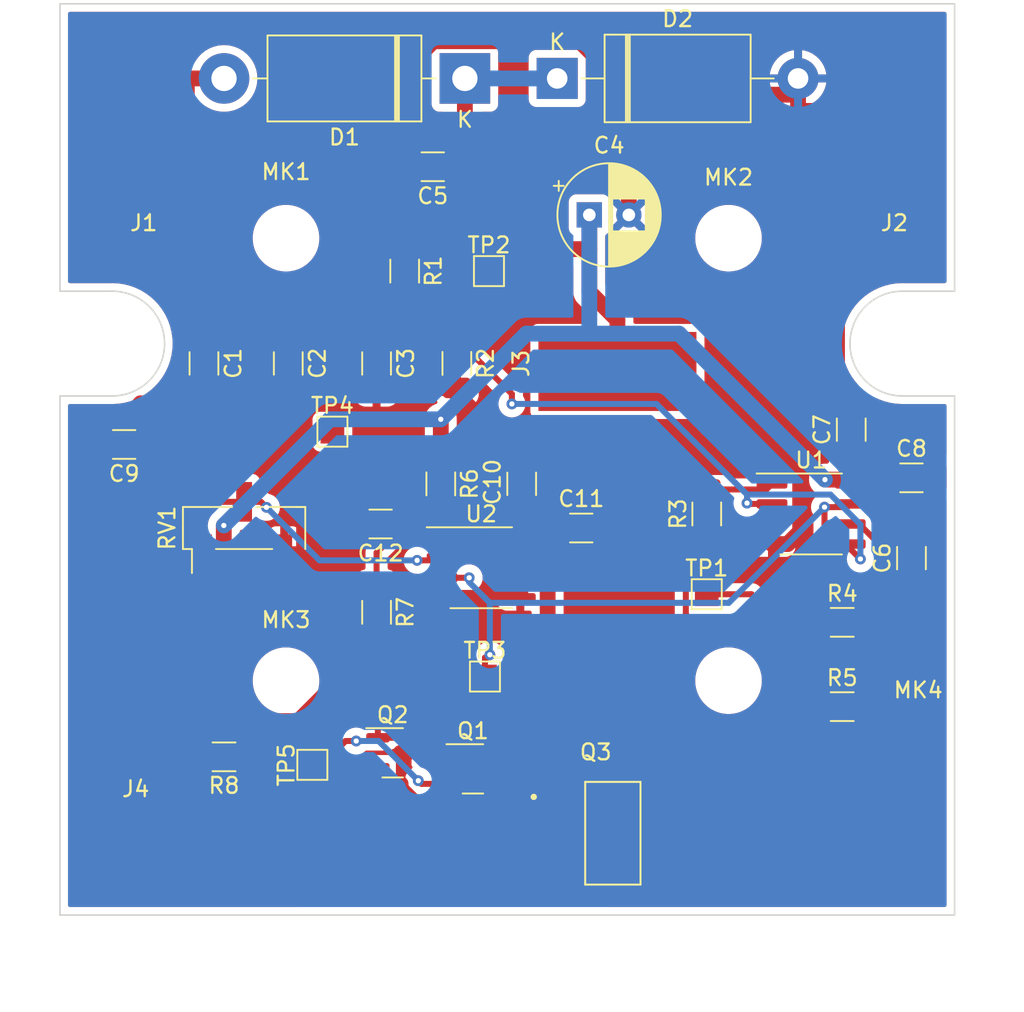
<source format=kicad_pcb>
(kicad_pcb (version 20211014) (generator pcbnew)
  (title_block (title "PWM power output generator") (date "2022-01-17") (rev "1") (company "Ashton Johnson") (comment 4 "AISLER Project ID: XHBIYVLB"))
  (layers (0 "F.Cu" signal) (31 "B.Cu" signal) (35 "F.Paste" user) (37 "F.SilkS" user "F.Silkscreen") (39 "F.Mask" user) (44 "Edge.Cuts" user))
  (net 0 "")
  (net 1 "/U_{FET_driver}")
  (net 2 "/U_{PWM}")
  (net 3 "/U_{Triangle}")
  (net 4 "VCC")
  (net 5 "Net-(R3-Pad1)")
  (net 6 "GND")
  (net 7 "Net-(Q1-Pad1)")
  (net 8 "/U_{ST}")
  (net 9 "Net-(C6-Pad1)")
  (net 10 "/U_{cc}{slash}2")
  (net 11 "/FET_Drain")
  (net 12 "/U_{Pot}")
  (net 13 "/U_{In}")
  (footprint "MountingHole:MountingHole_3.2mm_M3" (layer "F.Cu") (at 87.695 96.647)
    (fp_text reference "MK1" (at 0 -4.2) (layer "F.SilkS"))
    (fp_text value "Mounting_Hole")
    (pad "" np_thru_hole circle locked (at 0 0) (size 3.2 3.2) (drill 3.2) (layers *.Cu *.Mask))
  )
  (footprint "MountingHole:MountingHole_3.2mm_M3_ISO7380" (layer "F.Cu") (at 115.695 96.647)
    (fp_text reference "MK2" (at 0 -3.85) (layer "F.SilkS"))
    (fp_text value "Mounting_Hole")
    (pad "" np_thru_hole circle locked (at 0 0) (size 3.2 3.2) (drill 3.2) (layers *.Cu *.Mask))
  )
  (footprint "MountingHole:MountingHole_3.2mm_M3_ISO7380" (layer "F.Cu") (at 87.695 124.647)
    (fp_text reference "MK3" (at 0 -3.85) (layer "F.SilkS"))
    (fp_text value "Mounting_Hole")
    (pad "" np_thru_hole circle locked (at 0 0) (size 3.2 3.2) (drill 3.2) (layers *.Cu *.Mask))
  )
  (footprint "MountingHole:MountingHole_3.2mm_M3_ISO7380" (layer "F.Cu") (at 115.695 124.647)
    (fp_text reference "MK4" (at 12.003 0.595) (layer "F.SilkS"))
    (fp_text value "Mounting_Hole")
    (pad "" np_thru_hole circle locked (at 0 0) (size 3.2 3.2) (drill 3.2) (layers *.Cu *.Mask))
  )
  (footprint "Resistor_SMD:R_1206_3216Metric_Pad1.30x1.75mm_HandSolder" (layer "F.Cu") (at 97.488 112.192 -90)
    (fp_text reference "R6" (at 0 -1.82 90) (layer "F.SilkS"))
    (fp_text value "10k")
    (pad "1" smd roundrect (at -1.55 0 270) (size 1.3 1.75) (layers "F.Cu" "F.Paste" "F.Mask") (roundrect_rratio 0.1923076923) (net 4 "VCC"))
    (pad "2" smd roundrect (at 1.55 0 270) (size 1.3 1.75) (layers "F.Cu" "F.Paste" "F.Mask") (roundrect_rratio 0.1923076923) (net 2 "/U_{PWM}"))
  )
  (footprint "Capacitor_SMD:C_1206_3216Metric_Pad1.33x1.80mm_HandSolder" (layer "F.Cu") (at 127.271 116.891 90)
    (fp_text reference "C6" (at 0 -1.85 90) (layer "F.SilkS"))
    (fp_text value "1n")
    (pad "1" smd roundrect (at -1.5625 0 90) (size 1.325 1.8) (layers "F.Cu" "F.Paste" "F.Mask") (roundrect_rratio 0.1886792453) (net 9 "Net-(C6-Pad1)"))
    (pad "2" smd roundrect (at 1.5625 0 90) (size 1.325 1.8) (layers "F.Cu" "F.Paste" "F.Mask") (roundrect_rratio 0.1886792453) (net 3 "/U_{Triangle}"))
  )
  (footprint "Resistor_SMD:R_1206_3216Metric_Pad1.30x1.75mm_HandSolder" (layer "F.Cu") (at 98.504 104.572 -90)
    (fp_text reference "R2" (at 0 -1.82 90) (layer "F.SilkS"))
    (fp_text value "51k")
    (pad "1" smd roundrect (at -1.55 0 270) (size 1.3 1.75) (layers "F.Cu" "F.Paste" "F.Mask") (roundrect_rratio 0.1923076923) (net 10 "/U_{cc}{slash}2"))
    (pad "2" smd roundrect (at 1.55 0 270) (size 1.3 1.75) (layers "F.Cu" "F.Paste" "F.Mask") (roundrect_rratio 0.1923076923) (net 6 "GND"))
  )
  (footprint "Capacitor_SMD:C_1206_3216Metric_Pad1.33x1.80mm_HandSolder" (layer "F.Cu") (at 123.461 108.763 90)
    (fp_text reference "C7" (at 0 -1.85 90) (layer "F.SilkS"))
    (fp_text value "1u")
    (pad "1" smd roundrect (at -1.5625 0 90) (size 1.325 1.8) (layers "F.Cu" "F.Paste" "F.Mask") (roundrect_rratio 0.1886792453) (net 4 "VCC"))
    (pad "2" smd roundrect (at 1.5625 0 90) (size 1.325 1.8) (layers "F.Cu" "F.Paste" "F.Mask") (roundrect_rratio 0.1886792453) (net 6 "GND"))
  )
  (footprint "TestPoint:TestPoint_Pad_1.5x1.5mm" (layer "F.Cu") (at 100.536 98.73)
    (fp_text reference "TP2" (at 0 -1.648) (layer "F.SilkS"))
    (fp_text value "TestPoint")
    (pad "1" smd rect (at 0 0) (size 1.5 1.5) (layers "F.Cu" "F.Mask") (net 4 "VCC"))
  )
  (footprint "Package_TO_SOT_SMD:SOT-23" (layer "F.Cu") (at 94.444 129.21)
    (fp_text reference "Q2" (at 0 -2.4) (layer "F.SilkS"))
    (fp_text value "BC807")
    (pad "1" smd roundrect (at -0.9375 -0.95) (size 1.475 0.6) (layers "F.Cu" "F.Paste" "F.Mask") (net 7 "Net-(Q1-Pad1)"))
    (pad "2" smd roundrect (at -0.9375 0.95) (size 1.475 0.6) (layers "F.Cu" "F.Paste" "F.Mask") (net 1 "/U_{FET_driver}"))
    (pad "3" smd roundrect (at 0.9375 0) (size 1.475 0.6) (layers "F.Cu" "F.Paste" "F.Mask") (net 6 "GND"))
  )
  (footprint "Capacitor_SMD:C_1206_3216Metric_Pad1.33x1.80mm_HandSolder" (layer "F.Cu") (at 82.502 104.572 -90)
    (fp_text reference "C1" (at 0 -1.85 90) (layer "F.SilkS"))
    (fp_text value "33u")
    (pad "1" smd roundrect (at -1.5625 0 270) (size 1.325 1.8) (layers "F.Cu" "F.Paste" "F.Mask") (roundrect_rratio 0.1886792453) (net 10 "/U_{cc}{slash}2"))
    (pad "2" smd roundrect (at 1.5625 0 270) (size 1.325 1.8) (layers "F.Cu" "F.Paste" "F.Mask") (roundrect_rratio 0.1886792453) (net 6 "GND"))
  )
  (footprint "TestPoint:TestPoint_Pad_1.5x1.5mm" (layer "F.Cu") (at 100.282 124.384)
    (fp_text reference "TP3" (at 0 -1.648) (layer "F.SilkS"))
    (fp_text value "TestPoint")
    (pad "1" smd rect (at 0 0) (size 1.5 1.5) (layers "F.Cu" "F.Mask") (net 3 "/U_{Triangle}"))
  )
  (footprint "Capacitor_THT:CP_Radial_D6.3mm_P2.50mm" (layer "F.Cu") (at 106.886 95.174)
    (fp_text reference "C4" (at 1.25 -4.4) (layer "F.SilkS"))
    (fp_text value "150u")
    (pad "1" thru_hole rect (at 0 0) (size 1.6 1.6) (drill 0.8) (layers *.Cu *.Mask) (net 4 "VCC"))
    (pad "2" thru_hole circle (at 2.5 0) (size 1.6 1.6) (drill 0.8) (layers *.Cu *.Mask) (net 6 "GND"))
  )
  (footprint "Resistor_SMD:R_1206_3216Metric_Pad1.30x1.75mm_HandSolder" (layer "F.Cu") (at 83.772 129.464 180)
    (fp_text reference "R8" (at 0 -1.82) (layer "F.SilkS"))
    (fp_text value "47k")
    (pad "1" smd roundrect (at -1.55 0 180) (size 1.3 1.75) (layers "F.Cu" "F.Paste" "F.Mask") (roundrect_rratio 0.1923076923) (net 1 "/U_{FET_driver}"))
    (pad "2" smd roundrect (at 1.55 0 180) (size 1.3 1.75) (layers "F.Cu" "F.Paste" "F.Mask") (roundrect_rratio 0.1923076923) (net 6 "GND"))
  )
  (footprint "Capacitor_SMD:C_1206_3216Metric_Pad1.33x1.80mm_HandSolder" (layer "F.Cu") (at 127.271 111.811)
    (fp_text reference "C8" (at 0 -1.85) (layer "F.SilkS"))
    (fp_text value "10n")
    (pad "1" smd roundrect (at -1.5625 0) (size 1.325 1.8) (layers "F.Cu" "F.Paste" "F.Mask") (roundrect_rratio 0.1886792453) (net 4 "VCC"))
    (pad "2" smd roundrect (at 1.5625 0) (size 1.325 1.8) (layers "F.Cu" "F.Paste" "F.Mask") (roundrect_rratio 0.1886792453) (net 6 "GND"))
  )
  (footprint "Resistor_SMD:R_1206_3216Metric_Pad1.30x1.75mm_HandSolder" (layer "F.Cu") (at 122.888 120.955)
    (fp_text reference "R4" (at 0 -1.82) (layer "F.SilkS"))
    (fp_text value "4k7")
    (pad "1" smd roundrect (at -1.55 0) (size 1.3 1.75) (layers "F.Cu" "F.Paste" "F.Mask") (roundrect_rratio 0.1923076923) (net 8 "/U_{ST}"))
    (pad "2" smd roundrect (at 1.55 0) (size 1.3 1.75) (layers "F.Cu" "F.Paste" "F.Mask") (roundrect_rratio 0.1923076923) (net 9 "Net-(C6-Pad1)"))
  )
  (footprint "Package_TO_SOT_SMD:SOT-23" (layer "F.Cu") (at 99.52 130.226)
    (fp_text reference "Q1" (at 0 -2.4) (layer "F.SilkS"))
    (fp_text value "BC817")
    (pad "1" smd roundrect (at -0.9375 -0.95) (size 1.475 0.6) (layers "F.Cu" "F.Paste" "F.Mask") (net 7 "Net-(Q1-Pad1)"))
    (pad "2" smd roundrect (at -0.9375 0.95) (size 1.475 0.6) (layers "F.Cu" "F.Paste" "F.Mask") (net 1 "/U_{FET_driver}"))
    (pad "3" smd roundrect (at 0.9375 0) (size 1.475 0.6) (layers "F.Cu" "F.Paste" "F.Mask") (net 4 "VCC"))
  )
  (footprint "Connector_Wire:SolderWirePad_1x01_SMD_5x10mm" (layer "F.Cu") (at 108.664 105.08 90)
    (fp_text reference "J3" (at 0.508 -6.096 90) (layer "F.SilkS"))
    (fp_text value "SolderPad")
    (pad "1" smd rect (at 0 0 90) (size 5 10) (layers "F.Cu" "F.Paste" "F.Mask") (net 4 "VCC"))
  )
  (footprint "Resistor_SMD:R_1206_3216Metric_Pad1.30x1.75mm_HandSolder" (layer "F.Cu") (at 93.424 120.32 -90)
    (fp_text reference "R7" (at 0 -1.82 90) (layer "F.SilkS"))
    (fp_text value "2k2")
    (pad "1" smd roundrect (at -1.55 0 270) (size 1.3 1.75) (layers "F.Cu" "F.Paste" "F.Mask") (roundrect_rratio 0.1923076923) (net 2 "/U_{PWM}"))
    (pad "2" smd roundrect (at 1.55 0 270) (size 1.3 1.75) (layers "F.Cu" "F.Paste" "F.Mask") (roundrect_rratio 0.1923076923) (net 7 "Net-(Q1-Pad1)"))
  )
  (footprint "Capacitor_SMD:C_1206_3216Metric_Pad1.33x1.80mm_HandSolder" (layer "F.Cu") (at 106.378 114.986)
    (fp_text reference "C11" (at 0 -1.85) (layer "F.SilkS"))
    (fp_text value "10n")
    (pad "1" smd roundrect (at -1.5625 0) (size 1.325 1.8) (layers "F.Cu" "F.Paste" "F.Mask") (roundrect_rratio 0.1886792453) (net 4 "VCC"))
    (pad "2" smd roundrect (at 1.5625 0) (size 1.325 1.8) (layers "F.Cu" "F.Paste" "F.Mask") (roundrect_rratio 0.1886792453) (net 6 "GND"))
  )
  (footprint "Capacitor_SMD:C_1206_3216Metric_Pad1.33x1.80mm_HandSolder" (layer "F.Cu") (at 93.424 104.572 -90)
    (fp_text reference "C3" (at 0 -1.85 90) (layer "F.SilkS"))
    (fp_text value "10n")
    (pad "1" smd roundrect (at -1.5625 0 270) (size 1.325 1.8) (layers "F.Cu" "F.Paste" "F.Mask") (roundrect_rratio 0.1886792453) (net 10 "/U_{cc}{slash}2"))
    (pad "2" smd roundrect (at 1.5625 0 270) (size 1.325 1.8) (layers "F.Cu" "F.Paste" "F.Mask") (roundrect_rratio 0.1886792453) (net 6 "GND"))
  )
  (footprint "Connector_Wire:SolderWirePad_1x01_SMD_5x10mm" (layer "F.Cu") (at 125.936 89.586 180)
    (fp_text reference "J2" (at -0.254 -6.096) (layer "F.SilkS"))
    (fp_text value "GND_{In}")
    (pad "1" smd rect (at 0 0 180) (size 5 10) (layers "F.Cu" "F.Paste" "F.Mask") (net 6 "GND"))
  )
  (footprint "Diode_THT:D_DO-201AE_P15.24mm_Horizontal" (layer "F.Cu") (at 104.854 86.538)
    (fp_text reference "D2" (at 7.62 -3.77) (layer "F.SilkS"))
    (fp_text value "1N62xxA")
    (fp_text user "K" (at 0 -2.3) (layer "F.SilkS"))
    (pad "1" thru_hole rect (at 0 0) (size 2.6 2.6) (drill 1.3) (layers *.Cu *.Mask) (net 4 "VCC"))
    (pad "2" thru_hole oval (at 15.24 0) (size 2.6 2.6) (drill 1.3) (layers *.Cu *.Mask) (net 6 "GND"))
  )
  (footprint "Connector_Wire:SolderWirePad_1x01_SMD_5x10mm" (layer "F.Cu") (at 77.676 89.332 180)
    (fp_text reference "J1" (at -1.016 -6.35) (layer "F.SilkS"))
    (fp_text value "V_{In}")
    (pad "1" smd rect (at 0 0 180) (size 5 10) (layers "F.Cu" "F.Paste" "F.Mask") (net 13 "/U_{In}"))
  )
  (footprint "Capacitor_SMD:C_1206_3216Metric_Pad1.33x1.80mm_HandSolder" (layer "F.Cu") (at 77.45 109.7 180)
    (fp_text reference "C9" (at 0 -1.85) (layer "F.SilkS"))
    (fp_text value "1n")
    (pad "1" smd roundrect (at -1.5625 0 180) (size 1.325 1.8) (layers "F.Cu" "F.Paste" "F.Mask") (roundrect_rratio 0.188679) (net 12 "/U_{Pot}"))
    (pad "2" smd roundrect (at 1.5625 0 180) (size 1.325 1.8) (layers "F.Cu" "F.Paste" "F.Mask") (roundrect_rratio 0.188679) (net 6 "GND"))
  )
  (footprint "Connector_Wire:SolderWirePad_1x01_SMD_5x10mm" (layer "F.Cu") (at 80.724 135.306 -90)
    (fp_text reference "J4" (at -3.81 2.54 180) (layer "F.SilkS"))
    (fp_text value "SolderPad")
    (pad "1" smd rect (at 0 0 270) (size 5 10) (layers "F.Cu" "F.Paste" "F.Mask") (net 11 "/FET_Drain"))
  )
  (footprint "Resistor_SMD:R_1206_3216Metric_Pad1.30x1.75mm_HandSolder" (layer "F.Cu") (at 95.202 98.73 -90)
    (fp_text reference "R1" (at 0 -1.82 90) (layer "F.SilkS"))
    (fp_text value "51k")
    (pad "1" smd roundrect (at -1.55 0 270) (size 1.3 1.75) (layers "F.Cu" "F.Paste" "F.Mask") (roundrect_rratio 0.1923076923) (net 4 "VCC"))
    (pad "2" smd roundrect (at 1.55 0 270) (size 1.3 1.75) (layers "F.Cu" "F.Paste" "F.Mask") (roundrect_rratio 0.1923076923) (net 10 "/U_{cc}{slash}2"))
  )
  (footprint "Connector_PinHeader_2.54mm:PinHeader_1x03_P2.54mm_Vertical_SMD_Pin1Left" (layer "F.Cu") (at 85.042 114.986 90)
    (fp_text reference "RV1" (at 0 -4.87 90) (layer "F.SilkS"))
    (fp_text value "100k")
    (pad "1" smd rect (at -1.655 -2.54 90) (size 2.51 1) (layers "F.Cu" "F.Paste" "F.Mask") (net 4 "VCC"))
    (pad "2" smd rect (at 1.655 0 90) (size 2.51 1) (layers "F.Cu" "F.Paste" "F.Mask") (net 12 "/U_{Pot}"))
    (pad "3" smd rect (at -1.655 2.54 90) (size 2.51 1) (layers "F.Cu" "F.Paste" "F.Mask") (net 6 "GND"))
  )
  (footprint "Package_SO:SOIC-8_3.9x4.9mm_P1.27mm" (layer "F.Cu") (at 120.921 114.097)
    (fp_text reference "U1" (at 0 -3.4) (layer "F.SilkS"))
    (fp_text value "TLV2372")
    (pad "1" smd roundrect (at -2.475 -1.905) (size 1.95 0.6) (layers "F.Cu" "F.Paste" "F.Mask") (net 8 "/U_{ST}"))
    (pad "2" smd roundrect (at -2.475 -0.635) (size 1.95 0.6) (layers "F.Cu" "F.Paste" "F.Mask") (net 10 "/U_{cc}{slash}2"))
    (pad "3" smd roundrect (at -2.475 0.635) (size 1.95 0.6) (layers "F.Cu" "F.Paste" "F.Mask") (net 5 "Net-(R3-Pad1)"))
    (pad "4" smd roundrect (at -2.475 1.905) (size 1.95 0.6) (layers "F.Cu" "F.Paste" "F.Mask") (net 6 "GND"))
    (pad "5" smd roundrect (at 2.475 1.905) (size 1.95 0.6) (layers "F.Cu" "F.Paste" "F.Mask") (net 10 "/U_{cc}{slash}2"))
    (pad "6" smd roundrect (at 2.475 0.635) (size 1.95 0.6) (layers "F.Cu" "F.Paste" "F.Mask") (net 9 "Net-(C6-Pad1)"))
    (pad "7" smd roundrect (at 2.475 -0.635) (size 1.95 0.6) (layers "F.Cu" "F.Paste" "F.Mask") (net 3 "/U_{Triangle}"))
    (pad "8" smd roundrect (at 2.475 -1.905) (size 1.95 0.6) (layers "F.Cu" "F.Paste" "F.Mask") (net 4 "VCC"))
  )
  (footprint "Capacitor_SMD:C_1206_3216Metric_Pad1.33x1.80mm_HandSolder" (layer "F.Cu") (at 87.836 104.572 -90)
    (fp_text reference "C2" (at 0 -1.85 90) (layer "F.SilkS"))
    (fp_text value "1u")
    (pad "1" smd roundrect (at -1.5625 0 270) (size 1.325 1.8) (layers "F.Cu" "F.Paste" "F.Mask") (roundrect_rratio 0.1886792453) (net 10 "/U_{cc}{slash}2"))
    (pad "2" smd roundrect (at 1.5625 0 270) (size 1.325 1.8) (layers "F.Cu" "F.Paste" "F.Mask") (roundrect_rratio 0.1886792453) (net 6 "GND"))
  )
  (footprint "Capacitor_SMD:C_1206_3216Metric_Pad1.33x1.80mm_HandSolder" (layer "F.Cu") (at 93.678 114.732 180)
    (fp_text reference "C12" (at 0 -1.85) (layer "F.SilkS"))
    (fp_text value "15p")
    (pad "1" smd roundrect (at -1.5625 0 180) (size 1.325 1.8) (layers "F.Cu" "F.Paste" "F.Mask") (roundrect_rratio 0.1886792453) (net 2 "/U_{PWM}"))
    (pad "2" smd roundrect (at 1.5625 0 180) (size 1.325 1.8) (layers "F.Cu" "F.Paste" "F.Mask") (roundrect_rratio 0.1886792453) (net 6 "GND"))
  )
  (footprint "Capacitor_SMD:C_1206_3216Metric_Pad1.33x1.80mm_HandSolder" (layer "F.Cu") (at 96.98 92.126 180)
    (fp_text reference "C5" (at 0 -1.85) (layer "F.SilkS"))
    (fp_text value "1u")
    (pad "1" smd roundrect (at -1.5625 0 180) (size 1.325 1.8) (layers "F.Cu" "F.Paste" "F.Mask") (roundrect_rratio 0.1886792453) (net 4 "VCC"))
    (pad "2" smd roundrect (at 1.5625 0 180) (size 1.325 1.8) (layers "F.Cu" "F.Paste" "F.Mask") (roundrect_rratio 0.1886792453) (net 6 "GND"))
  )
  (footprint "TestPoint:TestPoint_Pad_1.5x1.5mm" (layer "F.Cu") (at 114.317 119.177)
    (fp_text reference "TP1" (at 0 -1.648) (layer "F.SilkS"))
    (fp_text value "TestPoint")
    (pad "1" smd rect (at 0 0) (size 1.5 1.5) (layers "F.Cu" "F.Mask") (net 5 "Net-(R3-Pad1)"))
  )
  (footprint "TestPoint:TestPoint_Pad_1.5x1.5mm" (layer "F.Cu") (at 90.63 108.89)
    (fp_text reference "TP4" (at 0 -1.648) (layer "F.SilkS"))
    (fp_text value "TestPoint")
    (pad "1" smd rect (at 0 0) (size 1.5 1.5) (layers "F.Cu" "F.Mask") (net 2 "/U_{PWM}"))
  )
  (footprint "TRANS_TSM900N06CW_RPG:TRANS_TSM900N06CW_RPG" (layer "F.Cu") (at 108.375 134.3)
    (fp_text reference "Q3" (at -1.08 -5.135) (layer "F.SilkS"))
    (fp_text value "TSM900N06CW_RPG")
    (pad "1" smd rect locked (at -3.2 -2.3) (size 1.6 1.2) (layers "F.Cu" "F.Paste" "F.Mask") (net 1 "/U_{FET_driver}"))
    (pad "2" smd rect locked (at -3.2 0) (size 1.6 1.2) (layers "F.Cu" "F.Paste" "F.Mask") (net 11 "/FET_Drain"))
    (pad "3" smd rect locked (at -3.2 2.3) (size 1.6 1.2) (layers "F.Cu" "F.Paste" "F.Mask") (net 6 "GND"))
    (pad "4" smd rect locked (at 3.2 0) (size 1.6 3.3) (layers "F.Cu" "F.Paste" "F.Mask") (net 11 "/FET_Drain"))
  )
  (footprint "Resistor_SMD:R_1206_3216Metric_Pad1.30x1.75mm_HandSolder" (layer "F.Cu") (at 122.888 126.289)
    (fp_text reference "R5" (at 0 -1.82) (layer "F.SilkS"))
    (fp_text value "68k")
    (pad "1" smd roundrect (at -1.55 0) (size 1.3 1.75) (layers "F.Cu" "F.Paste" "F.Mask") (roundrect_rratio 0.1923076923) (net 5 "Net-(R3-Pad1)"))
    (pad "2" smd roundrect (at 1.55 0) (size 1.3 1.75) (layers "F.Cu" "F.Paste" "F.Mask") (roundrect_rratio 0.1923076923) (net 3 "/U_{Triangle}"))
  )
  (footprint "Resistor_SMD:R_1206_3216Metric_Pad1.30x1.75mm_HandSolder" (layer "F.Cu") (at 114.317 114.097 90)
    (fp_text reference "R3" (at 0 -1.82 90) (layer "F.SilkS"))
    (fp_text value "100k")
    (pad "1" smd roundrect (at -1.55 0 90) (size 1.3 1.75) (layers "F.Cu" "F.Paste" "F.Mask") (roundrect_rratio 0.1923076923) (net 5 "Net-(R3-Pad1)"))
    (pad "2" smd roundrect (at 1.55 0 90) (size 1.3 1.75) (layers "F.Cu" "F.Paste" "F.Mask") (roundrect_rratio 0.1923076923) (net 8 "/U_{ST}"))
  )
  (footprint "Diode_THT:D_DO-201AD_P15.24mm_Horizontal" (layer "F.Cu") (at 99.012 86.538 180)
    (fp_text reference "D1" (at 7.62 -3.72) (layer "F.SilkS"))
    (fp_text value "1N5820")
    (fp_text user "K" (at 0 -2.6) (layer "F.SilkS"))
    (pad "1" thru_hole rect (at 0 0 180) (size 3.2 3.2) (drill 1.6) (layers *.Cu *.Mask) (net 4 "VCC"))
    (pad "2" thru_hole oval (at 15.24 0 180) (size 3.2 3.2) (drill 1.6) (layers *.Cu *.Mask) (net 13 "/U_{In}"))
  )
  (footprint "Capacitor_SMD:C_1206_3216Metric_Pad1.33x1.80mm_HandSolder" (layer "F.Cu") (at 102.6065 112.192 90)
    (fp_text reference "C10" (at 0.117 -1.85 90) (layer "F.SilkS"))
    (fp_text value "1u")
    (pad "1" smd roundrect (at -1.5625 0 90) (size 1.325 1.8) (layers "F.Cu" "F.Paste" "F.Mask") (roundrect_rratio 0.1886792453) (net 4 "VCC"))
    (pad "2" smd roundrect (at 1.5625 0 90) (size 1.325 1.8) (layers "F.Cu" "F.Paste" "F.Mask") (roundrect_rratio 0.1886792453) (net 6 "GND"))
  )
  (footprint "Package_SO:SOIC-8_3.9x4.9mm_P1.27mm" (layer "F.Cu") (at 100.045 117.5)
    (fp_text reference "U2" (at 0 -3.4) (layer "F.SilkS"))
    (fp_text value "LM393")
    (pad "1" smd roundrect (at -2.475 -1.905) (size 1.95 0.6) (layers "F.Cu" "F.Paste" "F.Mask") (net 2 "/U_{PWM}"))
    (pad "2" smd roundrect (at -2.475 -0.635) (size 1.95 0.6) (layers "F.Cu" "F.Paste" "F.Mask") (net 12 "/U_{Pot}"))
    (pad "3" smd roundrect (at -2.475 0.635) (size 1.95 0.6) (layers "F.Cu" "F.Paste" "F.Mask") (net 3 "/U_{Triangle}"))
    (pad "4" smd roundrect (at -2.475 1.905) (size 1.95 0.6) (layers "F.Cu" "F.Paste" "F.Mask") (net 6 "GND"))
    (pad "5" smd roundrect (at 2.475 1.905) (size 1.95 0.6) (layers "F.Cu" "F.Paste" "F.Mask") (net 6 "GND"))
    (pad "6" smd roundrect (at 2.475 0.635) (size 1.95 0.6) (layers "F.Cu" "F.Paste" "F.Mask") (net 6 "GND"))
    (pad "7" smd roundrect (at 2.475 -0.635) (size 1.95 0.6) (layers "F.Cu" "F.Paste" "F.Mask"))
    (pad "8" smd roundrect (at 2.475 -1.905) (size 1.95 0.6) (layers "F.Cu" "F.Paste" "F.Mask") (net 4 "VCC"))
  )
  (footprint "TestPoint:TestPoint_Pad_1.5x1.5mm" (layer "F.Cu") (at 89.36 129.972 90)
    (fp_text reference "TP5" (at 0 -1.648 90) (layer "F.SilkS"))
    (fp_text value "TestPoint")
    (pad "1" smd rect (at 0 0 90) (size 1.5 1.5) (layers "F.Cu" "F.Mask") (net 1 "/U_{FET_driver}"))
  )
  (gr_arc (start 126.695 106.63) (mid 123.38 103.315) (end 126.695 100) (layer "Edge.Cuts") (width 0.1))
  (gr_line (start 73.39 81.817) (end 73.39 100) (layer "Edge.Cuts") (width 0.1))
  (gr_line (start 76.695 106.63) (end 73.39 106.63) (layer "Edge.Cuts") (width 0.1))
  (gr_line (start 126.695 100) (end 130 100) (layer "Edge.Cuts") (width 0.1))
  (gr_line (start 73.39 106.63) (end 73.39 139.477) (layer "Edge.Cuts") (width 0.1))
  (gr_arc (start 76.695 100) (mid 80.01 103.315) (end 76.695 106.63) (layer "Edge.Cuts") (width 0.1))
  (gr_line (start 130 81.817) (end 73.39 81.817) (layer "Edge.Cuts") (width 0.1))
  (gr_line (start 130 100) (end 130 81.817) (layer "Edge.Cuts") (width 0.1))
  (gr_line (start 130 139.477) (end 130 106.63) (layer "Edge.Cuts") (width 0.1))
  (gr_line (start 130 106.63) (end 126.695 106.63) (layer "Edge.Cuts") (width 0.1))
  (gr_line (start 73.39 100) (end 76.695 100) (layer "Edge.Cuts") (width 0.1))
  (gr_line (start 73.39 139.477) (end 130 139.477) (layer "Edge.Cuts") (width 0.1))
  (segment (start 88.7626 129.972) (end 85.83 129.972) (width 0.381) (layer "F.Cu") (net 1))
  (segment (start 93.5065 130.16) (end 90.7428 130.16) (width 0.381) (layer "F.Cu") (net 1))
  (segment (start 91.4659 128.4635) (end 92.1349 128.4635) (width 0.381) (layer "F.Cu") (net 1))
  (segment (start 105.26 131.99) (end 99.3965 131.99) (width 0.381) (layer "F.Cu") (net 1))
  (segment (start 96.2662 131.176) (end 98.5825 131.176) (width 0.381) (layer "F.Cu") (net 1))
  (segment (start 89.9574 129.972) (end 91.4659 128.4635) (width 0.381) (layer "F.Cu") (net 1))
  (segment (start 89.36 129.972) (end 88.7626 129.972) (width 0.381) (layer "F.Cu") (net 1))
  (segment (start 99.3965 131.99) (end 98.5825 131.176) (width 0.381) (layer "F.Cu") (net 1))
  (segment (start 85.83 129.972) (end 85.322 129.464) (width 0.381) (layer "F.Cu") (net 1))
  (segment (start 89.36 129.972) (end 89.9574 129.972) (width 0.381) (layer "F.Cu") (net 1))
  (segment (start 96.0645 130.9743) (end 96.2662 131.176) (width 0.381) (layer "F.Cu") (net 1))
  (segment (start 90.7428 130.16) (end 90.5548 129.972) (width 0.381) (layer "F.Cu") (net 1))
  (segment (start 89.9574 129.972) (end 90.5548 129.972) (width 0.381) (layer "F.Cu") (net 1))
  (via (at 92.1349 128.4635) (size 0.6858) (drill 0.3302) (layers "F.Cu" "B.Cu") (net 1))
  (via (at 96.0645 130.9743) (size 0.6858) (drill 0.3302) (layers "F.Cu" "B.Cu") (net 1))
  (segment (start 93.5537 128.4635) (end 96.0645 130.9743) (width 0.381) (layer "B.Cu") (net 1))
  (segment (start 92.1349 128.4635) (end 93.5537 128.4635) (width 0.381) (layer "B.Cu") (net 1))
  (segment (start 97.488 114.732) (end 95.2405 114.732) (width 0.381) (layer "F.Cu") (net 2))
  (segment (start 93.424 118.77) (end 93.424 116.5485) (width 0.381) (layer "F.Cu") (net 2))
  (segment (start 90.63 108.89) (end 90.63 110.0848) (width 0.381) (layer "F.Cu") (net 2))
  (segment (start 90.63 110.0848) (end 95.2405 114.6953) (width 0.381) (layer "F.Cu") (net 2))
  (segment (start 93.424 116.5485) (end 95.2405 114.732) (width 0.381) (layer "F.Cu") (net 2))
  (segment (start 97.488 114.732) (end 97.488 113.742) (width 0.381) (layer "F.Cu") (net 2))
  (segment (start 95.2405 114.6953) (end 95.2405 114.732) (width 0.381) (layer "F.Cu") (net 2))
  (segment (start 97.57 115.595) (end 97.488 115.513) (width 0.381) (layer "F.Cu") (net 2))
  (segment (start 97.488 115.513) (end 97.488 114.732) (width 0.381) (layer "F.Cu") (net 2))
  (segment (start 122.888 124.739) (end 122.888 117.3422) (width 0.381) (layer "F.Cu") (net 3))
  (segment (start 100.4091 123.1892) (end 100.5929 123.0054) (width 0.381) (layer "F.Cu") (net 3))
  (segment (start 122.888 117.3422) (end 121.7679 116.2221) (width 0.381) (layer "F.Cu") (net 3))
  (segment (start 100.282 124.384) (end 100.282 123.1892) (width 0.381) (layer "F.Cu") (net 3))
  (segment (start 121.7679 113.6644) (end 123.1936 113.6644) (width 0.381) (layer "F.Cu") (net 3))
  (segment (start 125.4045 113.462) (end 127.271 115.3285) (width 0.381) (layer "F.Cu") (net 3))
  (segment (start 123.396 113.462) (end 125.4045 113.462) (width 0.381) (layer "F.Cu") (net 3))
  (segment (start 97.57 118.135) (end 99.285 118.135) (width 0.381) (layer "F.Cu") (net 3))
  (segment (start 121.7679 116.2221) (end 121.7679 113.6644) (width 0.381) (layer "F.Cu") (net 3))
  (segment (start 100.282 123.1892) (end 100.4091 123.1892) (width 0.381) (layer "F.Cu") (net 3))
  (segment (start 123.1936 113.6644) (end 123.396 113.462) (width 0.381) (layer "F.Cu") (net 3))
  (segment (start 124.438 126.289) (end 122.888 124.739) (width 0.381) (layer "F.Cu") (net 3))
  (via (at 99.285 118.135) (size 0.6858) (drill 0.3302) (layers "F.Cu" "B.Cu") (net 3))
  (via (at 100.5929 123.0054) (size 0.6858) (drill 0.3302) (layers "F.Cu" "B.Cu") (net 3))
  (via (at 121.7679 113.6644) (size 0.6858) (drill 0.3302) (layers "F.Cu" "B.Cu") (net 3))
  (segment (start 100.5929 119.7217) (end 100.5929 123.0054) (width 0.381) (layer "B.Cu") (net 3))
  (segment (start 115.7106 119.7217) (end 121.7679 113.6644) (width 0.381) (layer "B.Cu") (net 3))
  (segment (start 99.285 118.4138) (end 99.285 118.135) (width 0.381) (layer "B.Cu") (net 3))
  (segment (start 100.5929 119.7217) (end 115.7106 119.7217) (width 0.381) (layer "B.Cu") (net 3))
  (segment (start 100.5929 119.7217) (end 99.285 118.4138) (width 0.381) (layer "B.Cu") (net 3))
  (segment (start 104.25 126.4335) (end 100.4575 130.226) (width 1) (layer "F.Cu") (net 4))
  (segment (start 108.664 105.08) (end 108.664 101.8257) (width 1) (layer "F.Cu") (net 4))
  (segment (start 104.25 114.986) (end 104.25 126.4335) (width 1) (layer "F.Cu") (net 4))
  (segment (start 102.6065 114.986) (end 102.6065 113.7545) (width 1) (layer "F.Cu") (net 4))
  (segment (start 102.6065 113.7545) (end 100.6005 113.7545) (width 1) (layer "F.Cu") (net 4))
  (segment (start 102.6065 115.5085) (end 102.6065 114.986) (width 1) (layer "F.Cu") (net 4))
  (segment (start 125.7085 111.811) (end 123.777 111.811) (width 1) (layer "F.Cu") (net 4))
  (segment (start 98.5425 89.3618) (end 98.5425 92.126) (width 1) (layer "F.Cu") (net 4))
  (segment (start 100.536 97.3379) (end 100.536 97.2257) (width 1) (layer "F.Cu") (net 4))
  (segment (start 99.012 88.8923) (end 98.5425 89.3618) (width 1) (layer "F.Cu") (net 4))
  (segment (start 123.1285 111.9245) (end 123.396 112.192) (width 1) (layer "F.Cu") (net 4))
  (segment (start 123.777 111.811) (end 123.396 112.192) (width 1) (layer "F.Cu") (net 4))
  (segment (start 106.886 97.3379) (end 106.886 100.0477) (width 1) (layer "F.Cu") (net 4))
  (segment (start 98.5425 95.2322) (end 96.5947 97.18) (width 1) (layer "F.Cu") (net 4))
  (segment (start 82.502 116.641) (end 83.7563 116.641) (width 1) (layer "F.Cu") (net 4))
  (segment (start 102.52 115.595) (end 102.6065 115.5085) (width 1) (layer "F.Cu") (net 4))
  (segment (start 102.6065 114.986) (end 104.25 114.986) (width 1) (layer "F.Cu") (net 4))
  (segment (start 98.5425 95.2322) (end 100.536 97.2257) (width 1) (layer "F.Cu") (net 4))
  (segment (start 106.886 100.0477) (end 108.664 101.8257) (width 1) (layer "F.Cu") (net 4))
  (segment (start 100.536 98.73) (end 100.536 97.3379) (width 1) (layer "F.Cu") (net 4))
  (segment (start 106.886 95.174) (end 106.886 97.3379) (width 1) (layer "F.Cu") (net 4))
  (segment (start 98.5425 92.126) (end 98.5425 95.2322) (width 1) (layer "F.Cu") (net 4))
  (segment (start 99.012 86.538) (end 99.012 88.8923) (width 1) (layer "F.Cu") (net 4))
  (segment (start 121.7972 111.9245) (end 123.1285 111.9245) (width 1) (layer "F.Cu") (net 4))
  (segment (start 97.488 110.642) (end 97.488 108.1065) (width 1) (layer "F.Cu") (net 4))
  (segment (start 106.886 97.3379) (end 100.536 97.3379) (width 1) (layer "F.Cu") (net 4))
  (segment (start 96.5947 97.18) (end 95.202 97.18) (width 1) (layer "F.Cu") (net 4))
  (segment (start 100.6005 113.7545) (end 97.488 110.642) (width 1) (layer "F.Cu") (net 4))
  (segment (start 123.777 111.811) (end 123.777 110.6415) (width 1) (layer "F.Cu") (net 4))
  (segment (start 104.25 114.986) (end 104.8155 114.986) (width 1) (layer "F.Cu") (net 4))
  (segment (start 83.7563 116.641) (end 83.7563 114.8253) (width 1) (layer "F.Cu") (net 4))
  (segment (start 123.777 110.6415) (end 123.461 110.3255) (width 1) (layer "F.Cu") (net 4))
  (via (at 83.7563 114.8253) (size 0.6858) (drill 0.3302) (layers "F.Cu" "B.Cu") (net 4))
  (via (at 121.7972 111.9245) (size 0.6858) (drill 0.3302) (layers "F.Cu" "B.Cu") (net 4))
  (via (at 97.488 108.1065) (size 0.6858) (drill 0.3302) (layers "F.Cu" "B.Cu") (net 4))
  (segment (start 106.886 102.6864) (end 102.9081 102.6864) (width 1) (layer "B.Cu") (net 4))
  (segment (start 90.4751 108.1065) (end 83.7563 114.8253) (width 1) (layer "B.Cu") (net 4))
  (segment (start 106.886 102.6864) (end 106.886 95.174) (width 1) (layer "B.Cu") (net 4))
  (segment (start 121.7972 111.9245) (end 112.5591 102.6864) (width 1) (layer "B.Cu") (net 4))
  (segment (start 97.488 108.1065) (end 90.4751 108.1065) (width 1) (layer "B.Cu") (net 4))
  (segment (start 112.5591 102.6864) (end 106.886 102.6864) (width 1) (layer "B.Cu") (net 4))
  (segment (start 99.012 86.538) (end 104.854 86.538) (width 1) (layer "B.Cu") (net 4))
  (segment (start 102.9081 102.6864) (end 97.488 108.1065) (width 1) (layer "B.Cu") (net 4))
  (segment (start 117.152 119.177) (end 120.05 122.075) (width 0.381) (layer "F.Cu") (net 5))
  (segment (start 120.05 125.001) (end 121.338 126.289) (width 0.381) (layer "F.Cu") (net 5))
  (segment (start 114.317 115.647) (end 115.232 114.732) (width 0.381) (layer "F.Cu") (net 5))
  (segment (start 120.05 122.075) (end 120.05 125.001) (width 0.381) (layer "F.Cu") (net 5))
  (segment (start 114.317 119.177) (end 114.317 115.647) (width 0.381) (layer "F.Cu") (net 5))
  (segment (start 115.232 114.732) (end 118.446 114.732) (width 0.381) (layer "F.Cu") (net 5))
  (segment (start 114.317 119.177) (end 117.152 119.177) (width 0.381) (layer "F.Cu") (net 5))
  (segment (start 82.222 129.464) (end 82.2371 129.4489) (width 1) (layer "F.Cu") (net 6))
  (segment (start 82.8604 129.4489) (end 84.8878 131.4764) (width 1) (layer "F.Cu") (net 6))
  (segment (start 106.2727 84.1836) (end 97.0159 84.1836) (width 1) (layer "F.Cu") (net 6))
  (segment (start 94.9464 131.4764) (end 94.9464 131.1793) (width 1) (layer "F.Cu") (net 6))
  (segment (start 120.094 87.5651) (end 109.386 87.5651) (width 1) (layer "F.Cu") (net 6))
  (segment (start 102.6065 110.6295) (end 98.504 106.527) (width 1) (layer "F.Cu") (net 6))
  (segment (start 100.06 136.59) (end 105.26 136.59) (width 1) (layer "F.Cu") (net 6))
  (segment (start 121.4446 88.5923) (end 122.56 89.7077) (width 1) (layer "F.Cu") (net 6))
  (segment (start 125.936 89.586) (end 122.9648 89.586) (width 1) (layer "F.Cu") (net 6))
  (segment (start 97.0159 84.1836) (end 95.4175 85.782) (width 1) (layer "F.Cu") (net 6))
  (segment (start 97.57 119.405) (end 102.52 119.405) (width 1) (layer "F.Cu") (net 6))
  (segment (start 82.502 106.1345) (end 81.5425 107.094) (width 1) (layer "F.Cu") (net 6))
  (segment (start 124.223 107.2005) (end 123.461 107.2005) (width 1) (layer "F.Cu") (net 6))
  (segment (start 122.9648 89.586) (end 122.6817 89.586) (width 1) (layer "F.Cu") (net 6))
  (segment (start 95.3764 129.2151) (end 95.3815 129.21) (width 1) (layer "F.Cu") (net 6))
  (segment (start 120.2275 111.1304) (end 111.7961 111.1304) (width 1) (layer "F.Cu") (net 6))
  (segment (start 103.584 110.6295) (end 102.6065 110.6295) (width 1) (layer "F.Cu") (net 6))
  (segment (start 82.8603 129.4489) (end 82.8604 129.4489) (width 1) (layer "F.Cu") (net 6))
  (segment (start 89.5214 117.3261) (end 88.8363 116.641) (width 1) (layer "F.Cu") (net 6))
  (segment (start 109.386 87.2969) (end 106.2727 84.1836) (width 1) (layer "F.Cu") (net 6))
  (segment (start 98.504 106.527) (end 98.504 106.122) (width 1) (layer "F.Cu") (net 6))
  (segment (start 111.7961 111.1304) (end 107.9405 114.986) (width 1) (layer "F.Cu") (net 6))
  (segment (start 120.2275 115.2093) (end 120.2275 111.1304) (width 1) (layer "F.Cu") (net 6))
  (segment (start 122.56 106.2995) (end 123.461 107.2005) (width 1) (layer "F.Cu") (net 6))
  (segment (start 102.52 118.135) (end 102.52 119.405) (width 1) (layer "F.Cu") (net 6))
  (segment (start 109.386 95.174) (end 109.386 87.5651) (width 1) (layer "F.Cu") (net 6))
  (segment (start 120.2275 110.434) (end 120.2275 111.1304) (width 1) (layer "F.Cu") (net 6))
  (segment (start 96.7952 120.1798) (end 92.3751 120.1798) (width 1) (layer "F.Cu") (net 6))
  (segment (start 120.094 87.5651) (end 120.094 88.5923) (width 1) (layer "F.Cu") (net 6))
  (segment (start 81.5425 107.094) (end 78.4935 107.094) (width 1) (layer "F.Cu") (net 6))
  (segment (start 89.5214 117.3261) (end 92.1155 114.732) (width 1) (layer "F.Cu") (net 6))
  (segment (start 90.4774 125.198) (end 88.4704 127.205) (width 1) (layer "F.Cu") (net 6))
  (segment (start 107.9405 114.986) (end 103.584 110.6295) (width 1) (layer "F.Cu") (net 6))
  (segment (start 78.4935 107.094) (end 75.8875 109.7) (width 1) (layer "F.Cu") (net 6))
  (segment (start 87.836 106.1345) (end 88.8363 106.1345) (width 1) (layer "F.Cu") (net 6))
  (segment (start 88.4704 127.205) (end 85.1043 127.205) (width 1) (layer "F.Cu") (net 6))
  (segment (start 94.9464 131.4764) (end 100.06 136.59) (width 1) (layer "F.Cu") (net 6))
  (segment (start 97.57 119.405) (end 96.7952 120.1798) (width 1) (layer "F.Cu") (net 6))
  (segment (start 128.8335 111.811) (end 124.223 107.2005) (width 1) (layer "F.Cu") (net 6))
  (segment (start 95.4175 85.782) (end 95.4175 92.126) (width 1) (layer "F.Cu") (net 6))
  (segment (start 98.4915 106.1345) (end 98.504 106.122) (width 1) (layer "F.Cu") (net 6))
  (segment (start 88.8363 106.1345) (end 93.424 106.1345) (width 1) (layer "F.Cu") (net 6))
  (segment (start 84.8878 131.4764) (end 94.9464 131.4764) (width 1) (layer "F.Cu") (net 6))
  (segment (start 90.4774 122.0775) (end 90.4774 125.198) (width 1) (layer "F.Cu") (net 6))
  (segment (start 93.424 106.1345) (end 98.4915 106.1345) (width 1) (layer "F.Cu") (net 6))
  (segment (start 85.1043 127.205) (end 82.8604 129.4489) (width 1) (layer "F.Cu") (net 6))
  (segment (start 123.461 107.2005) (end 120.2275 110.434) (width 1) (layer "F.Cu") (net 6))
  (segment (start 122.6817 89.586) (end 122.56 89.7077) (width 1) (layer "F.Cu") (net 6))
  (segment (start 87.836 106.1345) (end 82.502 106.1345) (width 1) (layer "F.Cu") (net 6))
  (segment (start 109.386 87.5651) (end 109.386 87.2969) (width 1) (layer "F.Cu") (net 6))
  (segment (start 120.094 88.5923) (end 121.4446 88.5923) (width 1) (layer "F.Cu") (net 6))
  (segment (start 87.582 116.641) (end 88.8363 116.641) (width 1) (layer "F.Cu") (net 6))
  (segment (start 118.446 116.002) (end 119.4348 116.002) (width 1) (layer "F.Cu") (net 6))
  (segment (start 92.3751 120.1798) (end 89.5214 117.3261) (width 1) (layer "F.Cu") (net 6))
  (segment (start 82.2371 129.4489) (end 82.8603 129.4489) (width 1) (layer "F.Cu") (net 6))
  (segment (start 94.9464 131.1793) (end 94.9464 129.2151) (width 0.601) (layer "F.Cu") (net 6))
  (segment (start 122.56 89.7077) (end 122.56 106.2995) (width 1) (layer "F.Cu") (net 6))
  (segment (start 88.8363 106.1345) (end 88.8363 116.641) (width 1) (layer "F.Cu") (net 6))
  (segment (start 119.4348 116.002) (end 120.2275 115.2093) (width 1) (layer "F.Cu") (net 6))
  (segment (start 120.094 86.538) (end 120.094 87.5651) (width 1) (layer "F.Cu") (net 6))
  (segment (start 94.9464 129.2151) (end 95.3764 129.2151) (width 1) (layer "F.Cu") (net 6))
  (segment (start 92.3751 120.1798) (end 90.4774 122.0775) (width 1) (layer "F.Cu") (net 6))
  (segment (start 93.5065 128.26) (end 97.5665 128.26) (width 0.381) (layer "F.Cu") (net 7))
  (segment (start 97.5665 128.26) (end 98.5825 129.276) (width 0.381) (layer "F.Cu") (net 7))
  (segment (start 93.424 121.87) (end 93.5065 121.9525) (width 0.381) (layer "F.Cu") (net 7))
  (segment (start 93.5065 121.9525) (end 93.5065 128.26) (width 0.381) (layer "F.Cu") (net 7))
  (segment (start 120.487 127.612) (end 122.0907 127.612) (width 0.381) (layer "F.Cu") (net 8))
  (segment (start 119.4 122.925) (end 119.4 126.525) (width 0.381) (layer "F.Cu") (net 8))
  (segment (start 118.091 112.547) (end 118.446 112.192) (width 0.381) (layer "F.Cu") (net 8))
  (segment (start 114.317 112.547) (end 112.9935 113.8705) (width 0.381) (layer "F.Cu") (net 8))
  (segment (start 122.4341 127.2686) (end 122.4341 125.3604) (width 0.381) (layer "F.Cu") (net 8))
  (segment (start 121.338 124.2643) (end 121.338 120.955) (width 0.381) (layer "F.Cu") (net 8))
  (segment (start 122.4341 125.3604) (end 121.338 124.2643) (width 0.381) (layer "F.Cu") (net 8))
  (segment (start 122.0907 127.612) (end 122.4341 127.2686) (width 0.381) (layer "F.Cu") (net 8))
  (segment (start 113.55 121.025) (end 117.5 121.025) (width 0.381) (layer "F.Cu") (net 8))
  (segment (start 119.4 126.525) (end 120.487 127.612) (width 0.381) (layer "F.Cu") (net 8))
  (segment (start 114.317 112.547) (end 118.091 112.547) (width 0.381) (layer "F.Cu") (net 8))
  (segment (start 112.9935 120.4685) (end 113.55 121.025) (width 0.381) (layer "F.Cu") (net 8))
  (segment (start 117.5 121.025) (end 119.4 122.925) (width 0.381) (layer "F.Cu") (net 8))
  (segment (start 112.9935 113.8705) (end 112.9935 120.4685) (width 0.381) (layer "F.Cu") (net 8))
  (segment (start 123.9587 114.732) (end 127.271 118.0443) (width 0.381) (layer "F.Cu") (net 9))
  (segment (start 123.396 114.732) (end 123.9587 114.732) (width 0.381) (layer "F.Cu") (net 9))
  (segment (start 124.438 120.955) (end 124.7695 120.955) (width 0.381) (layer "F.Cu") (net 9))
  (segment (start 124.7695 120.955) (end 127.271 118.4535) (width 0.381) (layer "F.Cu") (net 9))
  (segment (start 127.271 118.0443) (end 127.271 118.4535) (width 0.381) (layer "F.Cu") (net 9))
  (segment (start 93.424 103.0095) (end 87.836 103.0095) (width 0.381) (layer "F.Cu") (net 10))
  (segment (start 118.446 113.462) (end 116.9157 113.462) (width 0.381) (layer "F.Cu") (net 10))
  (segment (start 95.762 100.28) (end 98.504 103.022) (width 0.381) (layer "F.Cu") (net 10))
  (segment (start 95.202 100.28) (end 95.762 100.28) (width 0.381) (layer "F.Cu") (net 10))
  (segment (start 123.396 116.3042) (end 124.0391 116.9473) (width 0.381) (layer "F.Cu") (net 10))
  (segment (start 95.202 101.169) (end 95.202 100.28) (width 0.381) (layer "F.Cu") (net 10))
  (segment (start 123.396 116.002) (end 123.396 116.3042) (width 0.381) (layer "F.Cu") (net 10))
  (segment (start 93.424 103.0095) (end 93.424 102.947) (width 0.381) (layer "F.Cu") (net 10))
  (segment (start 101.9879 106.5059) (end 101.9879 107.1343) (width 0.381) (layer "F.Cu") (net 10))
  (segment (start 116.9157 113.462) (end 116.8646 113.4109) (width 0.381) (layer "F.Cu") (net 10))
  (segment (start 98.504 103.022) (end 101.9879 106.5059) (width 0.381) (layer "F.Cu") (net 10))
  (segment (start 93.424 102.947) (end 95.202 101.169) (width 0.381) (layer "F.Cu") (net 10))
  (segment (start 82.502 103.0095) (end 87.836 103.0095) (width 0.381) (layer "F.Cu") (net 10))
  (via (at 124.0391 116.9473) (size 0.6858) (drill 0.3302) (layers "F.Cu" "B.Cu") (net 10))
  (via (at 116.8646 113.4109) (size 0.6858) (drill 0.3302) (layers "F.Cu" "B.Cu") (net 10))
  (via (at 101.9879 107.1343) (size 0.6858) (drill 0.3302) (layers "F.Cu" "B.Cu") (net 10))
  (segment (start 116.8646 112.8694) (end 116.8646 113.4109) (width 0.381) (layer "B.Cu") (net 10))
  (segment (start 124.0391 114.7618) (end 124.0391 116.9473) (width 0.381) (layer "B.Cu") (net 10))
  (segment (start 116.8646 112.8694) (end 122.1467 112.8694) (width 0.381) (layer "B.Cu") (net 10))
  (segment (start 122.1467 112.8694) (end 124.0391 114.7618) (width 0.381) (layer "B.Cu") (net 10))
  (segment (start 101.9879 107.1343) (end 111.1295 107.1343) (width 0.381) (layer "B.Cu") (net 10))
  (segment (start 111.1295 107.1343) (end 116.8646 112.8694) (width 0.381) (layer "B.Cu") (net 10))
  (segment (start 111.56 134.29) (end 111.56 136.9443) (width 1) (layer "F.Cu") (net 11))
  (segment (start 80.724 135.306) (end 86.4783 135.306) (width 1) (layer "F.Cu") (net 11))
  (segment (start 86.4783 135.306) (end 89.2994 138.1271) (width 1) (layer "F.Cu") (net 11))
  (segment (start 89.2994 138.1271) (end 107.1994 138.1271) (width 1) (layer "F.Cu") (net 11))
  (segment (start 107.1994 138.1271) (end 108.3822 136.9443) (width 1) (layer "F.Cu") (net 11))
  (segment (start 111.56 136.9443) (end 108.3822 136.9443) (width 1) (layer "F.Cu") (net 11))
  (segment (start 108.3822 135.6579) (end 107.0143 134.29) (width 1) (layer "F.Cu") (net 11))
  (segment (start 108.3822 136.9443) (end 108.3822 135.6579) (width 1) (layer "F.Cu") (net 11))
  (segment (start 105.26 134.29) (end 107.0143 134.29) (width 1) (layer "F.Cu") (net 11))
  (segment (start 95.9877 117.0328) (end 97.4022 117.0328) (width 0.381) (layer "F.Cu") (net 12))
  (segment (start 86.1107 113.331) (end 86.4566 113.6769) (width 0.381) (layer "F.Cu") (net 12))
  (segment (start 97.4022 117.0328) (end 97.57 116.865) (width 0.381) (layer "F.Cu") (net 12))
  (segment (start 79.0125 109.7) (end 82.6435 113.331) (width 0.381) (layer "F.Cu") (net 12))
  (segment (start 82.6435 113.331) (end 85.042 113.331) (width 0.381) (layer "F.Cu") (net 12))
  (segment (start 85.042 113.331) (end 86.1107 113.331) (width 0.381) (layer "F.Cu") (net 12))
  (via (at 95.9877 117.0328) (size 0.6858) (drill 0.3302) (layers "F.Cu" "B.Cu") (net 12))
  (via (at 86.4566 113.6769) (size 0.6858) (drill 0.3302) (layers "F.Cu" "B.Cu") (net 12))
  (segment (start 89.8125 117.0328) (end 86.4566 113.6769) (width 0.381) (layer "B.Cu") (net 12))
  (segment (start 95.9877 117.0328) (end 89.8125 117.0328) (width 0.381) (layer "B.Cu") (net 12))
  (segment (start 83.772 86.538) (end 81.4177 86.538) (width 1) (layer "F.Cu") (net 13))
  (segment (start 81.4177 88.8446) (end 80.9303 89.332) (width 1) (layer "F.Cu") (net 13))
  (segment (start 81.4177 86.538) (end 81.4177 88.8446) (width 1) (layer "F.Cu") (net 13))
  (segment (start 77.676 89.332) (end 80.9303 89.332) (width 1) (layer "F.Cu") (net 13))
  (zone (net 6) (net_name "GND") (layers F&B.Cu) (connect_pads (clearance 0.508)) (min_thickness 0.254) (fill yes (thermal_gap 0.508) (thermal_bridge_width 0.508))
    (polygon (pts (xy 130.65 139.7) (xy 73.15 139.8) (xy 73.175 81.6) (xy 130.15 81.575)))
  )
)
</source>
